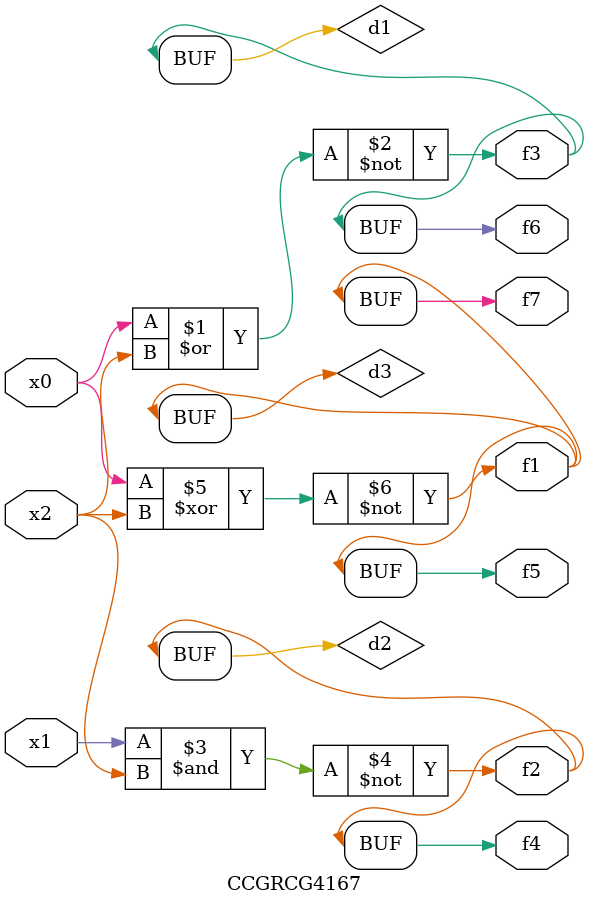
<source format=v>
module CCGRCG4167(
	input x0, x1, x2,
	output f1, f2, f3, f4, f5, f6, f7
);

	wire d1, d2, d3;

	nor (d1, x0, x2);
	nand (d2, x1, x2);
	xnor (d3, x0, x2);
	assign f1 = d3;
	assign f2 = d2;
	assign f3 = d1;
	assign f4 = d2;
	assign f5 = d3;
	assign f6 = d1;
	assign f7 = d3;
endmodule

</source>
